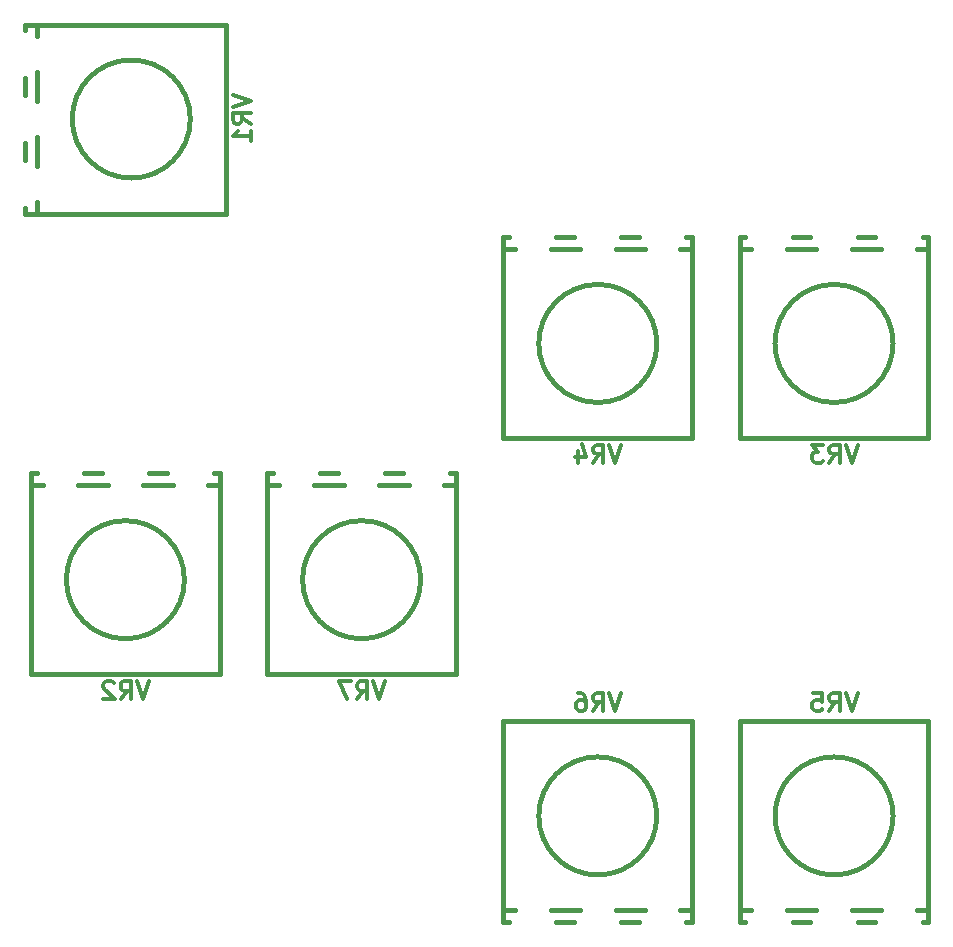
<source format=gbo>
G04 (created by PCBNEW (2013-jul-07)-stable) date So 13 Dez 2015 15:06:15 CET*
%MOIN*%
G04 Gerber Fmt 3.4, Leading zero omitted, Abs format*
%FSLAX34Y34*%
G01*
G70*
G90*
G04 APERTURE LIST*
%ADD10C,0.00590551*%
%ADD11C,0.015*%
%ADD12C,0.011811*%
G04 APERTURE END LIST*
G54D10*
G54D11*
X74409Y-29724D02*
X73425Y-29724D01*
X77952Y-29330D02*
X78149Y-29330D01*
X75787Y-29330D02*
X76377Y-29330D01*
X73622Y-29330D02*
X74212Y-29330D01*
X71850Y-29330D02*
X72047Y-29330D01*
X72244Y-29724D02*
X71850Y-29724D01*
X76574Y-29724D02*
X75590Y-29724D01*
X78149Y-29724D02*
X77755Y-29724D01*
X76968Y-32874D02*
G75*
G03X76968Y-32874I-1968J0D01*
G74*
G01*
X78149Y-29724D02*
X78149Y-29330D01*
X71850Y-29330D02*
X71850Y-29724D01*
X75000Y-36023D02*
X78149Y-36023D01*
X78149Y-36023D02*
X78149Y-29724D01*
X71850Y-29724D02*
X71850Y-36023D01*
X71850Y-36023D02*
X75000Y-36023D01*
X75590Y-51771D02*
X76574Y-51771D01*
X72047Y-52165D02*
X71850Y-52165D01*
X74212Y-52165D02*
X73622Y-52165D01*
X76377Y-52165D02*
X75787Y-52165D01*
X78149Y-52165D02*
X77952Y-52165D01*
X77755Y-51771D02*
X78149Y-51771D01*
X73425Y-51771D02*
X74409Y-51771D01*
X71850Y-51771D02*
X72244Y-51771D01*
X76968Y-48622D02*
G75*
G03X76968Y-48622I-1968J0D01*
G74*
G01*
X71850Y-51771D02*
X71850Y-52165D01*
X78149Y-52165D02*
X78149Y-51771D01*
X75000Y-45472D02*
X71850Y-45472D01*
X71850Y-45472D02*
X71850Y-51771D01*
X78149Y-51771D02*
X78149Y-45472D01*
X78149Y-45472D02*
X75000Y-45472D01*
X48425Y-25984D02*
X48425Y-26968D01*
X48031Y-22440D02*
X48031Y-22244D01*
X48031Y-24606D02*
X48031Y-24015D01*
X48031Y-26771D02*
X48031Y-26181D01*
X48031Y-28543D02*
X48031Y-28346D01*
X48425Y-28149D02*
X48425Y-28543D01*
X48425Y-23818D02*
X48425Y-24803D01*
X48425Y-22244D02*
X48425Y-22637D01*
X53543Y-25393D02*
G75*
G03X53543Y-25393I-1968J0D01*
G74*
G01*
X48425Y-22244D02*
X48031Y-22244D01*
X48031Y-28543D02*
X48425Y-28543D01*
X54724Y-25393D02*
X54724Y-22244D01*
X54724Y-22244D02*
X48425Y-22244D01*
X48425Y-28543D02*
X54724Y-28543D01*
X54724Y-28543D02*
X54724Y-25393D01*
X67716Y-51771D02*
X68700Y-51771D01*
X64173Y-52165D02*
X63976Y-52165D01*
X66338Y-52165D02*
X65748Y-52165D01*
X68503Y-52165D02*
X67913Y-52165D01*
X70275Y-52165D02*
X70078Y-52165D01*
X69881Y-51771D02*
X70275Y-51771D01*
X65551Y-51771D02*
X66535Y-51771D01*
X63976Y-51771D02*
X64370Y-51771D01*
X69094Y-48622D02*
G75*
G03X69094Y-48622I-1968J0D01*
G74*
G01*
X63976Y-51771D02*
X63976Y-52165D01*
X70275Y-52165D02*
X70275Y-51771D01*
X67125Y-45472D02*
X63976Y-45472D01*
X63976Y-45472D02*
X63976Y-51771D01*
X70275Y-51771D02*
X70275Y-45472D01*
X70275Y-45472D02*
X67125Y-45472D01*
X50787Y-37598D02*
X49803Y-37598D01*
X54330Y-37204D02*
X54527Y-37204D01*
X52165Y-37204D02*
X52755Y-37204D01*
X50000Y-37204D02*
X50590Y-37204D01*
X48228Y-37204D02*
X48425Y-37204D01*
X48622Y-37598D02*
X48228Y-37598D01*
X52952Y-37598D02*
X51968Y-37598D01*
X54527Y-37598D02*
X54133Y-37598D01*
X53346Y-40748D02*
G75*
G03X53346Y-40748I-1968J0D01*
G74*
G01*
X54527Y-37598D02*
X54527Y-37204D01*
X48228Y-37204D02*
X48228Y-37598D01*
X51377Y-43897D02*
X54527Y-43897D01*
X54527Y-43897D02*
X54527Y-37598D01*
X48228Y-37598D02*
X48228Y-43897D01*
X48228Y-43897D02*
X51377Y-43897D01*
X66535Y-29724D02*
X65551Y-29724D01*
X70078Y-29330D02*
X70275Y-29330D01*
X67913Y-29330D02*
X68503Y-29330D01*
X65748Y-29330D02*
X66338Y-29330D01*
X63976Y-29330D02*
X64173Y-29330D01*
X64370Y-29724D02*
X63976Y-29724D01*
X68700Y-29724D02*
X67716Y-29724D01*
X70275Y-29724D02*
X69881Y-29724D01*
X69094Y-32874D02*
G75*
G03X69094Y-32874I-1968J0D01*
G74*
G01*
X70275Y-29724D02*
X70275Y-29330D01*
X63976Y-29330D02*
X63976Y-29724D01*
X67125Y-36023D02*
X70275Y-36023D01*
X70275Y-36023D02*
X70275Y-29724D01*
X63976Y-29724D02*
X63976Y-36023D01*
X63976Y-36023D02*
X67125Y-36023D01*
X58661Y-37598D02*
X57677Y-37598D01*
X62204Y-37204D02*
X62401Y-37204D01*
X60039Y-37204D02*
X60629Y-37204D01*
X57874Y-37204D02*
X58464Y-37204D01*
X56102Y-37204D02*
X56299Y-37204D01*
X56496Y-37598D02*
X56102Y-37598D01*
X60826Y-37598D02*
X59842Y-37598D01*
X62401Y-37598D02*
X62007Y-37598D01*
X61220Y-40748D02*
G75*
G03X61220Y-40748I-1968J0D01*
G74*
G01*
X62401Y-37598D02*
X62401Y-37204D01*
X56102Y-37204D02*
X56102Y-37598D01*
X59251Y-43897D02*
X62401Y-43897D01*
X62401Y-43897D02*
X62401Y-37598D01*
X56102Y-37598D02*
X56102Y-43897D01*
X56102Y-43897D02*
X59251Y-43897D01*
G54D12*
X75785Y-36257D02*
X75585Y-36857D01*
X75385Y-36257D01*
X74842Y-36857D02*
X75042Y-36571D01*
X75185Y-36857D02*
X75185Y-36257D01*
X74957Y-36257D01*
X74900Y-36285D01*
X74871Y-36314D01*
X74842Y-36371D01*
X74842Y-36457D01*
X74871Y-36514D01*
X74900Y-36542D01*
X74957Y-36571D01*
X75185Y-36571D01*
X74642Y-36257D02*
X74271Y-36257D01*
X74471Y-36485D01*
X74385Y-36485D01*
X74328Y-36514D01*
X74300Y-36542D01*
X74271Y-36599D01*
X74271Y-36742D01*
X74300Y-36799D01*
X74328Y-36828D01*
X74385Y-36857D01*
X74557Y-36857D01*
X74614Y-36828D01*
X74642Y-36799D01*
X75785Y-44524D02*
X75585Y-45124D01*
X75385Y-44524D01*
X74842Y-45124D02*
X75042Y-44839D01*
X75185Y-45124D02*
X75185Y-44524D01*
X74957Y-44524D01*
X74900Y-44553D01*
X74871Y-44581D01*
X74842Y-44639D01*
X74842Y-44724D01*
X74871Y-44781D01*
X74900Y-44810D01*
X74957Y-44839D01*
X75185Y-44839D01*
X74300Y-44524D02*
X74585Y-44524D01*
X74614Y-44810D01*
X74585Y-44781D01*
X74528Y-44753D01*
X74385Y-44753D01*
X74328Y-44781D01*
X74300Y-44810D01*
X74271Y-44867D01*
X74271Y-45010D01*
X74300Y-45067D01*
X74328Y-45096D01*
X74385Y-45124D01*
X74528Y-45124D01*
X74585Y-45096D01*
X74614Y-45067D01*
X54957Y-24607D02*
X55557Y-24807D01*
X54957Y-25007D01*
X55557Y-25550D02*
X55272Y-25350D01*
X55557Y-25207D02*
X54957Y-25207D01*
X54957Y-25436D01*
X54986Y-25493D01*
X55014Y-25522D01*
X55072Y-25550D01*
X55157Y-25550D01*
X55214Y-25522D01*
X55243Y-25493D01*
X55272Y-25436D01*
X55272Y-25207D01*
X55557Y-26122D02*
X55557Y-25779D01*
X55557Y-25950D02*
X54957Y-25950D01*
X55043Y-25893D01*
X55100Y-25836D01*
X55129Y-25779D01*
X67911Y-44524D02*
X67711Y-45124D01*
X67511Y-44524D01*
X66968Y-45124D02*
X67168Y-44839D01*
X67311Y-45124D02*
X67311Y-44524D01*
X67083Y-44524D01*
X67025Y-44553D01*
X66997Y-44581D01*
X66968Y-44639D01*
X66968Y-44724D01*
X66997Y-44781D01*
X67025Y-44810D01*
X67083Y-44839D01*
X67311Y-44839D01*
X66454Y-44524D02*
X66568Y-44524D01*
X66625Y-44553D01*
X66654Y-44581D01*
X66711Y-44667D01*
X66740Y-44781D01*
X66740Y-45010D01*
X66711Y-45067D01*
X66683Y-45096D01*
X66625Y-45124D01*
X66511Y-45124D01*
X66454Y-45096D01*
X66425Y-45067D01*
X66397Y-45010D01*
X66397Y-44867D01*
X66425Y-44810D01*
X66454Y-44781D01*
X66511Y-44753D01*
X66625Y-44753D01*
X66683Y-44781D01*
X66711Y-44810D01*
X66740Y-44867D01*
X52163Y-44131D02*
X51963Y-44731D01*
X51763Y-44131D01*
X51220Y-44731D02*
X51420Y-44445D01*
X51563Y-44731D02*
X51563Y-44131D01*
X51335Y-44131D01*
X51277Y-44159D01*
X51249Y-44188D01*
X51220Y-44245D01*
X51220Y-44331D01*
X51249Y-44388D01*
X51277Y-44416D01*
X51335Y-44445D01*
X51563Y-44445D01*
X50992Y-44188D02*
X50963Y-44159D01*
X50906Y-44131D01*
X50763Y-44131D01*
X50706Y-44159D01*
X50677Y-44188D01*
X50649Y-44245D01*
X50649Y-44302D01*
X50677Y-44388D01*
X51020Y-44731D01*
X50649Y-44731D01*
X67911Y-36257D02*
X67711Y-36857D01*
X67511Y-36257D01*
X66968Y-36857D02*
X67168Y-36571D01*
X67311Y-36857D02*
X67311Y-36257D01*
X67083Y-36257D01*
X67025Y-36285D01*
X66997Y-36314D01*
X66968Y-36371D01*
X66968Y-36457D01*
X66997Y-36514D01*
X67025Y-36542D01*
X67083Y-36571D01*
X67311Y-36571D01*
X66454Y-36457D02*
X66454Y-36857D01*
X66597Y-36228D02*
X66740Y-36657D01*
X66368Y-36657D01*
X60037Y-44131D02*
X59837Y-44731D01*
X59637Y-44131D01*
X59094Y-44731D02*
X59294Y-44445D01*
X59437Y-44731D02*
X59437Y-44131D01*
X59209Y-44131D01*
X59151Y-44159D01*
X59123Y-44188D01*
X59094Y-44245D01*
X59094Y-44331D01*
X59123Y-44388D01*
X59151Y-44416D01*
X59209Y-44445D01*
X59437Y-44445D01*
X58894Y-44131D02*
X58494Y-44131D01*
X58751Y-44731D01*
M02*

</source>
